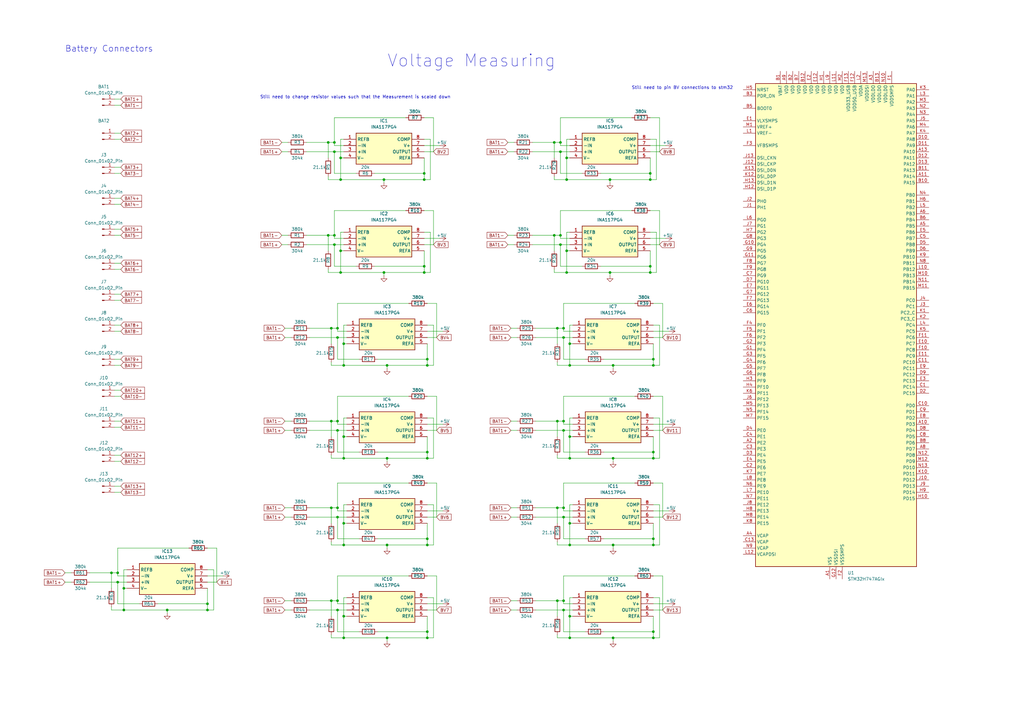
<source format=kicad_sch>
(kicad_sch (version 20230121) (generator eeschema)
  (paper "A3")
  (junction (at 48.26 234.95))
  (junction (at 250.19 111.76))
  (junction (at 267.97 220.98))
  (junction (at 232.41 64.77))
  (junction (at 158.75 261.62))
  (junction (at 140.97 187.96))
  (junction (at 228.6 172.72))
  (junction (at 135.89 246.38))
  (junction (at 139.7 111.76))
  (junction (at 48.26 238.76))
  (junction (at 233.68 187.96))
  (junction (at 231.14 246.38))
  (junction (at 267.97 261.62))
  (junction (at 175.26 187.96))
  (junction (at 233.68 140.97))
  (junction (at 175.26 223.52))
  (junction (at 137.16 100.33))
  (junction (at 173.99 111.76))
  (junction (at 231.14 250.19))
  (junction (at 140.97 214.63))
  (junction (at 266.7 71.12))
  (junction (at 175.26 259.08))
  (junction (at 138.43 208.28))
  (junction (at 251.46 187.96))
  (junction (at 139.7 73.66))
  (junction (at 231.14 212.09))
  (junction (at 173.99 109.22))
  (junction (at 134.62 58.42))
  (junction (at 231.14 176.53))
  (junction (at 251.46 149.86))
  (junction (at 175.26 147.32))
  (junction (at 85.09 250.19))
  (junction (at 50.8 250.19))
  (junction (at 228.6 208.28))
  (junction (at 135.89 172.72))
  (junction (at 267.97 187.96))
  (junction (at 173.99 71.12))
  (junction (at 233.68 149.86))
  (junction (at 137.16 96.52))
  (junction (at 266.7 109.22))
  (junction (at 138.43 138.43))
  (junction (at 267.97 147.32))
  (junction (at 138.43 134.62))
  (junction (at 157.48 111.76))
  (junction (at 251.46 223.52))
  (junction (at 139.7 102.87))
  (junction (at 228.6 134.62))
  (junction (at 175.26 261.62))
  (junction (at 140.97 149.86))
  (junction (at 233.68 261.62))
  (junction (at 227.33 96.52))
  (junction (at 267.97 149.86))
  (junction (at 229.87 96.52))
  (junction (at 68.58 250.19))
  (junction (at 267.97 185.42))
  (junction (at 50.8 241.3))
  (junction (at 140.97 261.62))
  (junction (at 266.7 73.66))
  (junction (at 231.14 138.43))
  (junction (at 138.43 212.09))
  (junction (at 138.43 250.19))
  (junction (at 232.41 111.76))
  (junction (at 158.75 187.96))
  (junction (at 232.41 102.87))
  (junction (at 175.26 220.98))
  (junction (at 266.7 111.76))
  (junction (at 229.87 62.23))
  (junction (at 231.14 208.28))
  (junction (at 85.09 247.65))
  (junction (at 232.41 73.66))
  (junction (at 229.87 58.42))
  (junction (at 140.97 179.07))
  (junction (at 137.16 58.42))
  (junction (at 233.68 214.63))
  (junction (at 134.62 96.52))
  (junction (at 231.14 172.72))
  (junction (at 158.75 223.52))
  (junction (at 228.6 246.38))
  (junction (at 138.43 246.38))
  (junction (at 140.97 223.52))
  (junction (at 175.26 149.86))
  (junction (at 135.89 208.28))
  (junction (at 139.7 64.77))
  (junction (at 231.14 134.62))
  (junction (at 233.68 179.07))
  (junction (at 157.48 73.66))
  (junction (at 158.75 149.86))
  (junction (at 138.43 176.53))
  (junction (at 251.46 261.62))
  (junction (at 135.89 134.62))
  (junction (at 175.26 185.42))
  (junction (at 233.68 223.52))
  (junction (at 45.72 234.95))
  (junction (at 138.43 172.72))
  (junction (at 137.16 62.23))
  (junction (at 173.99 73.66))
  (junction (at 229.87 100.33))
  (junction (at 233.68 252.73))
  (junction (at 140.97 252.73))
  (junction (at 250.19 73.66))
  (junction (at 267.97 259.08))
  (junction (at 227.33 58.42))
  (junction (at 140.97 140.97))
  (junction (at 267.97 223.52))
  (wire (pts (xy 175.26 212.09) (xy 179.07 212.09)))
  (wire (pts (xy 139.7 111.76) (xy 157.48 111.76)))
  (wire (pts (xy 157.48 73.66) (xy 157.48 74.93)))
  (wire (pts (xy 135.89 187.96) (xy 140.97 187.96)))
  (wire (pts (xy 139.7 102.87) (xy 139.7 111.76)))
  (wire (pts (xy 180.34 59.69) (xy 173.99 59.69)))
  (wire (pts (xy 138.43 250.19) (xy 142.24 250.19)))
  (wire (pts (xy 219.71 172.72) (xy 228.6 172.72)))
  (wire (pts (xy 115.57 62.23) (xy 118.11 62.23)))
  (wire (pts (xy 140.97 133.35) (xy 142.24 133.35)))
  (wire (pts (xy 231.14 138.43) (xy 234.95 138.43)))
  (wire (pts (xy 48.26 238.76) (xy 48.26 247.65)))
  (wire (pts (xy 26.67 234.95) (xy 29.21 234.95)))
  (wire (pts (xy 266.7 86.36) (xy 270.51 86.36)))
  (wire (pts (xy 49.53 68.58) (xy 46.99 68.58)))
  (wire (pts (xy 232.41 64.77) (xy 232.41 73.66)))
  (wire (pts (xy 140.97 207.01) (xy 140.97 214.63)))
  (wire (pts (xy 228.6 172.72) (xy 231.14 172.72)))
  (wire (pts (xy 49.53 160.02) (xy 46.99 160.02)))
  (wire (pts (xy 138.43 173.99) (xy 138.43 172.72)))
  (wire (pts (xy 218.44 58.42) (xy 227.33 58.42)))
  (wire (pts (xy 36.83 238.76) (xy 48.26 238.76)))
  (wire (pts (xy 179.07 198.12) (xy 179.07 212.09)))
  (wire (pts (xy 85.09 250.19) (xy 85.09 247.65)))
  (wire (pts (xy 267.97 149.86) (xy 267.97 147.32)))
  (wire (pts (xy 137.16 62.23) (xy 140.97 62.23)))
  (wire (pts (xy 233.68 133.35) (xy 233.68 140.97)))
  (wire (pts (xy 227.33 58.42) (xy 227.33 64.77)))
  (wire (pts (xy 175.26 171.45) (xy 177.8 171.45)))
  (wire (pts (xy 139.7 64.77) (xy 140.97 64.77)))
  (wire (pts (xy 270.51 171.45) (xy 270.51 187.96)))
  (wire (pts (xy 251.46 261.62) (xy 251.46 262.89)))
  (wire (pts (xy 266.7 57.15) (xy 269.24 57.15)))
  (wire (pts (xy 274.32 209.55) (xy 267.97 209.55)))
  (wire (pts (xy 251.46 149.86) (xy 251.46 151.13)))
  (wire (pts (xy 219.71 250.19) (xy 231.14 250.19)))
  (wire (pts (xy 175.26 250.19) (xy 179.07 250.19)))
  (wire (pts (xy 269.24 57.15) (xy 269.24 73.66)))
  (wire (pts (xy 85.09 233.68) (xy 87.63 233.68)))
  (wire (pts (xy 173.99 109.22) (xy 173.99 102.87)))
  (wire (pts (xy 233.68 252.73) (xy 234.95 252.73)))
  (wire (pts (xy 231.14 176.53) (xy 234.95 176.53)))
  (wire (pts (xy 138.43 198.12) (xy 167.64 198.12)))
  (wire (pts (xy 228.6 186.69) (xy 228.6 187.96)))
  (wire (pts (xy 142.24 247.65) (xy 138.43 247.65)))
  (wire (pts (xy 135.89 186.69) (xy 135.89 187.96)))
  (wire (pts (xy 134.62 73.66) (xy 139.7 73.66)))
  (wire (pts (xy 139.7 95.25) (xy 139.7 102.87)))
  (wire (pts (xy 49.53 107.95) (xy 46.99 107.95)))
  (wire (pts (xy 176.53 111.76) (xy 173.99 111.76)))
  (wire (pts (xy 270.51 133.35) (xy 270.51 149.86)))
  (wire (pts (xy 269.24 111.76) (xy 266.7 111.76)))
  (wire (pts (xy 271.78 162.56) (xy 271.78 176.53)))
  (wire (pts (xy 175.26 198.12) (xy 179.07 198.12)))
  (wire (pts (xy 135.89 208.28) (xy 135.89 214.63)))
  (wire (pts (xy 137.16 48.26) (xy 166.37 48.26)))
  (wire (pts (xy 251.46 187.96) (xy 267.97 187.96)))
  (wire (pts (xy 233.68 59.69) (xy 229.87 59.69)))
  (wire (pts (xy 50.8 250.19) (xy 68.58 250.19)))
  (wire (pts (xy 64.77 247.65) (xy 85.09 247.65)))
  (wire (pts (xy 140.97 149.86) (xy 158.75 149.86)))
  (wire (pts (xy 175.26 220.98) (xy 175.26 214.63)))
  (wire (pts (xy 173.99 48.26) (xy 177.8 48.26)))
  (wire (pts (xy 229.87 62.23) (xy 233.68 62.23)))
  (wire (pts (xy 138.43 247.65) (xy 138.43 246.38)))
  (wire (pts (xy 138.43 172.72) (xy 138.43 162.56)))
  (wire (pts (xy 209.55 212.09) (xy 212.09 212.09)))
  (wire (pts (xy 208.28 100.33) (xy 210.82 100.33)))
  (wire (pts (xy 138.43 138.43) (xy 138.43 147.32)))
  (wire (pts (xy 246.38 109.22) (xy 266.7 109.22)))
  (wire (pts (xy 135.89 149.86) (xy 140.97 149.86)))
  (wire (pts (xy 158.75 187.96) (xy 175.26 187.96)))
  (wire (pts (xy 177.8 261.62) (xy 175.26 261.62)))
  (wire (pts (xy 173.99 73.66) (xy 173.99 71.12)))
  (wire (pts (xy 274.32 135.89) (xy 267.97 135.89)))
  (wire (pts (xy 270.51 261.62) (xy 267.97 261.62)))
  (wire (pts (xy 231.14 212.09) (xy 231.14 220.98)))
  (wire (pts (xy 134.62 58.42) (xy 137.16 58.42)))
  (wire (pts (xy 116.84 172.72) (xy 119.38 172.72)))
  (wire (pts (xy 175.26 261.62) (xy 175.26 259.08)))
  (wire (pts (xy 50.8 241.3) (xy 52.07 241.3)))
  (wire (pts (xy 273.05 59.69) (xy 266.7 59.69)))
  (wire (pts (xy 232.41 95.25) (xy 233.68 95.25)))
  (wire (pts (xy 232.41 57.15) (xy 233.68 57.15)))
  (wire (pts (xy 154.94 147.32) (xy 175.26 147.32)))
  (wire (pts (xy 135.89 134.62) (xy 135.89 140.97)))
  (wire (pts (xy 209.55 246.38) (xy 212.09 246.38)))
  (wire (pts (xy 46.99 83.82) (xy 49.53 83.82)))
  (wire (pts (xy 139.7 73.66) (xy 157.48 73.66)))
  (wire (pts (xy 127 172.72) (xy 135.89 172.72)))
  (wire (pts (xy 137.16 58.42) (xy 137.16 48.26)))
  (wire (pts (xy 181.61 247.65) (xy 175.26 247.65)))
  (wire (pts (xy 157.48 111.76) (xy 157.48 113.03)))
  (wire (pts (xy 116.84 138.43) (xy 119.38 138.43)))
  (wire (pts (xy 250.19 73.66) (xy 250.19 74.93)))
  (wire (pts (xy 135.89 208.28) (xy 138.43 208.28)))
  (wire (pts (xy 209.55 208.28) (xy 212.09 208.28)))
  (wire (pts (xy 134.62 110.49) (xy 134.62 111.76)))
  (wire (pts (xy 229.87 109.22) (xy 238.76 109.22)))
  (wire (pts (xy 232.41 111.76) (xy 250.19 111.76)))
  (wire (pts (xy 46.99 162.56) (xy 49.53 162.56)))
  (wire (pts (xy 49.53 133.35) (xy 46.99 133.35)))
  (wire (pts (xy 46.99 175.26) (xy 49.53 175.26)))
  (wire (pts (xy 175.26 223.52) (xy 175.26 220.98)))
  (wire (pts (xy 251.46 261.62) (xy 267.97 261.62)))
  (wire (pts (xy 233.68 207.01) (xy 233.68 214.63)))
  (wire (pts (xy 127 246.38) (xy 135.89 246.38)))
  (wire (pts (xy 177.8 223.52) (xy 175.26 223.52)))
  (wire (pts (xy 140.97 207.01) (xy 142.24 207.01)))
  (wire (pts (xy 137.16 71.12) (xy 146.05 71.12)))
  (wire (pts (xy 274.32 173.99) (xy 267.97 173.99)))
  (wire (pts (xy 138.43 134.62) (xy 138.43 124.46)))
  (wire (pts (xy 228.6 222.25) (xy 228.6 223.52)))
  (wire (pts (xy 247.65 220.98) (xy 267.97 220.98)))
  (wire (pts (xy 140.97 252.73) (xy 142.24 252.73)))
  (wire (pts (xy 49.53 40.64) (xy 46.99 40.64)))
  (wire (pts (xy 139.7 95.25) (xy 140.97 95.25)))
  (wire (pts (xy 227.33 110.49) (xy 227.33 111.76)))
  (wire (pts (xy 140.97 245.11) (xy 142.24 245.11)))
  (wire (pts (xy 227.33 96.52) (xy 227.33 102.87)))
  (wire (pts (xy 140.97 261.62) (xy 158.75 261.62)))
  (wire (pts (xy 158.75 261.62) (xy 175.26 261.62)))
  (wire (pts (xy 233.68 140.97) (xy 234.95 140.97)))
  (wire (pts (xy 138.43 246.38) (xy 138.43 236.22)))
  (wire (pts (xy 138.43 212.09) (xy 138.43 220.98)))
  (wire (pts (xy 139.7 57.15) (xy 139.7 64.77)))
  (wire (pts (xy 267.97 212.09) (xy 271.78 212.09)))
  (wire (pts (xy 115.57 100.33) (xy 118.11 100.33)))
  (wire (pts (xy 50.8 233.68) (xy 50.8 241.3)))
  (wire (pts (xy 48.26 247.65) (xy 57.15 247.65)))
  (wire (pts (xy 175.26 162.56) (xy 179.07 162.56)))
  (wire (pts (xy 229.87 96.52) (xy 229.87 86.36)))
  (wire (pts (xy 139.7 64.77) (xy 139.7 73.66)))
  (wire (pts (xy 270.51 149.86) (xy 267.97 149.86)))
  (wire (pts (xy 137.16 100.33) (xy 137.16 109.22)))
  (wire (pts (xy 175.26 176.53) (xy 179.07 176.53)))
  (wire (pts (xy 142.24 173.99) (xy 138.43 173.99)))
  (wire (pts (xy 138.43 135.89) (xy 138.43 134.62)))
  (wire (pts (xy 228.6 261.62) (xy 233.68 261.62)))
  (wire (pts (xy 140.97 171.45) (xy 140.97 179.07)))
  (wire (pts (xy 116.84 208.28) (xy 119.38 208.28)))
  (wire (pts (xy 231.14 124.46) (xy 260.35 124.46)))
  (wire (pts (xy 270.51 48.26) (xy 270.51 62.23)))
  (wire (pts (xy 228.6 260.35) (xy 228.6 261.62)))
  (wire (pts (xy 219.71 134.62) (xy 228.6 134.62)))
  (wire (pts (xy 231.14 147.32) (xy 240.03 147.32)))
  (wire (pts (xy 50.8 241.3) (xy 50.8 250.19)))
  (wire (pts (xy 269.24 95.25) (xy 269.24 111.76)))
  (wire (pts (xy 116.84 176.53) (xy 119.38 176.53)))
  (wire (pts (xy 135.89 246.38) (xy 138.43 246.38)))
  (wire (pts (xy 176.53 95.25) (xy 176.53 111.76)))
  (wire (pts (xy 179.07 236.22) (xy 179.07 250.19)))
  (wire (pts (xy 140.97 140.97) (xy 142.24 140.97)))
  (wire (pts (xy 140.97 214.63) (xy 142.24 214.63)))
  (wire (pts (xy 231.14 250.19) (xy 234.95 250.19)))
  (wire (pts (xy 233.68 245.11) (xy 234.95 245.11)))
  (wire (pts (xy 46.99 201.93) (xy 49.53 201.93)))
  (wire (pts (xy 68.58 250.19) (xy 85.09 250.19)))
  (wire (pts (xy 85.09 247.65) (xy 85.09 241.3)))
  (wire (pts (xy 91.44 236.22) (xy 85.09 236.22)))
  (wire (pts (xy 233.68 245.11) (xy 233.68 252.73)))
  (wire (pts (xy 246.38 71.12) (xy 266.7 71.12)))
  (wire (pts (xy 234.95 173.99) (xy 231.14 173.99)))
  (wire (pts (xy 175.26 149.86) (xy 175.26 147.32)))
  (wire (pts (xy 228.6 148.59) (xy 228.6 149.86)))
  (wire (pts (xy 234.95 209.55) (xy 231.14 209.55)))
  (wire (pts (xy 138.43 236.22) (xy 167.64 236.22)))
  (wire (pts (xy 46.99 57.15) (xy 49.53 57.15)))
  (wire (pts (xy 138.43 138.43) (xy 142.24 138.43)))
  (wire (pts (xy 138.43 176.53) (xy 142.24 176.53)))
  (wire (pts (xy 227.33 58.42) (xy 229.87 58.42)))
  (wire (pts (xy 231.14 250.19) (xy 231.14 259.08)))
  (wire (pts (xy 175.26 236.22) (xy 179.07 236.22)))
  (wire (pts (xy 177.8 149.86) (xy 175.26 149.86)))
  (wire (pts (xy 45.72 234.95) (xy 48.26 234.95)))
  (wire (pts (xy 231.14 176.53) (xy 231.14 185.42)))
  (wire (pts (xy 232.41 57.15) (xy 232.41 64.77)))
  (wire (pts (xy 137.16 62.23) (xy 137.16 71.12)))
  (wire (pts (xy 87.63 250.19) (xy 85.09 250.19)))
  (wire (pts (xy 45.72 234.95) (xy 45.72 241.3)))
  (wire (pts (xy 180.34 97.79) (xy 173.99 97.79)))
  (wire (pts (xy 229.87 58.42) (xy 229.87 48.26)))
  (wire (pts (xy 181.61 209.55) (xy 175.26 209.55)))
  (wire (pts (xy 234.95 135.89) (xy 231.14 135.89)))
  (wire (pts (xy 153.67 109.22) (xy 173.99 109.22)))
  (wire (pts (xy 218.44 96.52) (xy 227.33 96.52)))
  (wire (pts (xy 267.97 147.32) (xy 267.97 140.97)))
  (wire (pts (xy 116.84 250.19) (xy 119.38 250.19)))
  (wire (pts (xy 140.97 140.97) (xy 140.97 149.86)))
  (wire (pts (xy 267.97 223.52) (xy 267.97 220.98)))
  (wire (pts (xy 68.58 250.19) (xy 68.58 251.46)))
  (wire (pts (xy 266.7 111.76) (xy 266.7 109.22)))
  (wire (pts (xy 50.8 233.68) (xy 52.07 233.68)))
  (wire (pts (xy 46.99 54.61) (xy 49.53 54.61)))
  (wire (pts (xy 231.14 209.55) (xy 231.14 208.28)))
  (wire (pts (xy 49.53 186.69) (xy 46.99 186.69)))
  (wire (pts (xy 234.95 247.65) (xy 231.14 247.65)))
  (wire (pts (xy 267.97 176.53) (xy 271.78 176.53)))
  (wire (pts (xy 116.84 246.38) (xy 119.38 246.38)))
  (wire (pts (xy 115.57 96.52) (xy 118.11 96.52)))
  (wire (pts (xy 137.16 109.22) (xy 146.05 109.22)))
  (wire (pts (xy 208.28 58.42) (xy 210.82 58.42)))
  (wire (pts (xy 231.14 162.56) (xy 260.35 162.56)))
  (wire (pts (xy 176.53 57.15) (xy 176.53 73.66)))
  (wire (pts (xy 154.94 259.08) (xy 175.26 259.08)))
  (wire (pts (xy 229.87 100.33) (xy 233.68 100.33)))
  (wire (pts (xy 231.14 259.08) (xy 240.03 259.08)))
  (wire (pts (xy 228.6 223.52) (xy 233.68 223.52)))
  (wire (pts (xy 177.8 245.11) (xy 177.8 261.62)))
  (wire (pts (xy 251.46 149.86) (xy 267.97 149.86)))
  (wire (pts (xy 179.07 162.56) (xy 179.07 176.53)))
  (wire (pts (xy 229.87 86.36) (xy 259.08 86.36)))
  (wire (pts (xy 175.26 245.11) (xy 177.8 245.11)))
  (wire (pts (xy 231.14 236.22) (xy 260.35 236.22)))
  (wire (pts (xy 85.09 238.76) (xy 88.9 238.76)))
  (wire (pts (xy 135.89 172.72) (xy 135.89 179.07)))
  (wire (pts (xy 209.55 138.43) (xy 212.09 138.43)))
  (wire (pts (xy 134.62 72.39) (xy 134.62 73.66)))
  (wire (pts (xy 173.99 57.15) (xy 176.53 57.15)))
  (wire (pts (xy 138.43 209.55) (xy 138.43 208.28)))
  (wire (pts (xy 231.14 134.62) (xy 231.14 124.46)))
  (wire (pts (xy 140.97 179.07) (xy 140.97 187.96)))
  (wire (pts (xy 266.7 100.33) (xy 270.51 100.33)))
  (wire (pts (xy 271.78 236.22) (xy 271.78 250.19)))
  (wire (pts (xy 49.53 93.98) (xy 46.99 93.98)))
  (wire (pts (xy 138.43 220.98) (xy 147.32 220.98)))
  (wire (pts (xy 209.55 172.72) (xy 212.09 172.72)))
  (wire (pts (xy 209.55 134.62) (xy 212.09 134.62)))
  (wire (pts (xy 270.51 187.96) (xy 267.97 187.96)))
  (wire (pts (xy 228.6 172.72) (xy 228.6 179.07)))
  (wire (pts (xy 138.43 124.46) (xy 167.64 124.46)))
  (wire (pts (xy 233.68 261.62) (xy 251.46 261.62)))
  (wire (pts (xy 135.89 261.62) (xy 140.97 261.62)))
  (wire (pts (xy 46.99 135.89) (xy 49.53 135.89)))
  (wire (pts (xy 266.7 71.12) (xy 266.7 64.77)))
  (wire (pts (xy 271.78 198.12) (xy 271.78 212.09)))
  (wire (pts (xy 175.26 259.08) (xy 175.26 252.73)))
  (wire (pts (xy 228.6 208.28) (xy 231.14 208.28)))
  (wire (pts (xy 229.87 48.26) (xy 259.08 48.26)))
  (wire (pts (xy 231.14 135.89) (xy 231.14 134.62)))
  (wire (pts (xy 140.97 133.35) (xy 140.97 140.97)))
  (wire (pts (xy 45.72 248.92) (xy 45.72 250.19)))
  (wire (pts (xy 227.33 73.66) (xy 232.41 73.66)))
  (wire (pts (xy 233.68 171.45) (xy 234.95 171.45)))
  (wire (pts (xy 232.41 95.25) (xy 232.41 102.87)))
  (wire (pts (xy 115.57 58.42) (xy 118.11 58.42)))
  (wire (pts (xy 227.33 96.52) (xy 229.87 96.52)))
  (wire (pts (xy 140.97 223.52) (xy 158.75 223.52)))
  (wire (pts (xy 233.68 207.01) (xy 234.95 207.01)))
  (wire (pts (xy 49.53 147.32) (xy 46.99 147.32)))
  (wire (pts (xy 228.6 246.38) (xy 231.14 246.38)))
  (wire (pts (xy 231.14 172.72) (xy 231.14 162.56)))
  (wire (pts (xy 138.43 259.08) (xy 147.32 259.08)))
  (wire (pts (xy 233.68 187.96) (xy 251.46 187.96)))
  (wire (pts (xy 233.68 179.07) (xy 233.68 187.96)))
  (wire (pts (xy 250.19 111.76) (xy 250.19 113.03)))
  (wire (pts (xy 158.75 223.52) (xy 158.75 224.79)))
  (wire (pts (xy 46.99 43.18) (xy 49.53 43.18)))
  (wire (pts (xy 267.97 198.12) (xy 271.78 198.12)))
  (wire (pts (xy 247.65 259.08) (xy 267.97 259.08)))
  (wire (pts (xy 181.61 135.89) (xy 175.26 135.89)))
  (wire (pts (xy 228.6 246.38) (xy 228.6 252.73)))
  (wire (pts (xy 233.68 171.45) (xy 233.68 179.07)))
  (wire (pts (xy 134.62 96.52) (xy 137.16 96.52)))
  (wire (pts (xy 127 134.62) (xy 135.89 134.62)))
  (wire (pts (xy 46.99 71.12) (xy 49.53 71.12)))
  (wire (pts (xy 232.41 102.87) (xy 233.68 102.87)))
  (wire (pts (xy 233.68 149.86) (xy 251.46 149.86)))
  (wire (pts (xy 46.99 96.52) (xy 49.53 96.52)))
  (wire (pts (xy 267.97 245.11) (xy 270.51 245.11)))
  (wire (pts (xy 228.6 134.62) (xy 228.6 140.97)))
  (wire (pts (xy 137.16 86.36) (xy 166.37 86.36)))
  (wire (pts (xy 158.75 149.86) (xy 158.75 151.13)))
  (wire (pts (xy 233.68 179.07) (xy 234.95 179.07)))
  (wire (pts (xy 218.44 62.23) (xy 229.87 62.23)))
  (wire (pts (xy 231.14 220.98) (xy 240.03 220.98)))
  (wire (pts (xy 26.67 238.76) (xy 29.21 238.76)))
  (wire (pts (xy 137.16 100.33) (xy 140.97 100.33)))
  (wire (pts (xy 139.7 57.15) (xy 140.97 57.15)))
  (wire (pts (xy 140.97 245.11) (xy 140.97 252.73)))
  (wire (pts (xy 175.26 124.46) (xy 179.07 124.46)))
  (wire (pts (xy 154.94 220.98) (xy 175.26 220.98)))
  (wire (pts (xy 85.09 224.79) (xy 88.9 224.79)))
  (wire (pts (xy 173.99 62.23) (xy 177.8 62.23)))
  (wire (pts (xy 233.68 214.63) (xy 234.95 214.63)))
  (wire (pts (xy 228.6 208.28) (xy 228.6 214.63)))
  (wire (pts (xy 138.43 212.09) (xy 142.24 212.09)))
  (wire (pts (xy 267.97 250.19) (xy 271.78 250.19)))
  (wire (pts (xy 219.71 138.43) (xy 231.14 138.43)))
  (wire (pts (xy 232.41 64.77) (xy 233.68 64.77)))
  (wire (pts (xy 266.7 48.26) (xy 270.51 48.26)))
  (wire (pts (xy 231.14 138.43) (xy 231.14 147.32)))
  (wire (pts (xy 274.32 247.65) (xy 267.97 247.65)))
  (wire (pts (xy 175.26 147.32) (xy 175.26 140.97)))
  (wire (pts (xy 229.87 59.69) (xy 229.87 58.42)))
  (wire (pts (xy 127 212.09) (xy 138.43 212.09)))
  (wire (pts (xy 46.99 189.23) (xy 49.53 189.23)))
  (wire (pts (xy 229.87 71.12) (xy 238.76 71.12)))
  (wire (pts (xy 140.97 187.96) (xy 158.75 187.96)))
  (wire (pts (xy 219.71 212.09) (xy 231.14 212.09)))
  (wire (pts (xy 137.16 59.69) (xy 137.16 58.42)))
  (wire (pts (xy 48.26 224.79) (xy 77.47 224.79)))
  (wire (pts (xy 127 250.19) (xy 138.43 250.19)))
  (wire (pts (xy 175.26 133.35) (xy 177.8 133.35)))
  (wire (pts (xy 142.24 209.55) (xy 138.43 209.55)))
  (wire (pts (xy 175.26 187.96) (xy 175.26 185.42)))
  (wire (pts (xy 46.99 149.86) (xy 49.53 149.86)))
  (wire (pts (xy 49.53 120.65) (xy 46.99 120.65)))
  (wire (pts (xy 233.68 223.52) (xy 251.46 223.52)))
  (wire (pts (xy 219.71 246.38) (xy 228.6 246.38)))
  (wire (pts (xy 250.19 73.66) (xy 266.7 73.66)))
  (wire (pts (xy 267.97 124.46) (xy 271.78 124.46)))
  (wire (pts (xy 140.97 179.07) (xy 142.24 179.07)))
  (wire (pts (xy 273.05 97.79) (xy 266.7 97.79)))
  (wire (pts (xy 218.44 100.33) (xy 229.87 100.33)))
  (wire (pts (xy 232.41 102.87) (xy 232.41 111.76)))
  (wire (pts (xy 177.8 207.01) (xy 177.8 223.52)))
  (wire (pts (xy 127 138.43) (xy 138.43 138.43)))
  (wire (pts (xy 251.46 223.52) (xy 251.46 224.79)))
  (wire (pts (xy 157.48 111.76) (xy 173.99 111.76)))
  (wire (pts (xy 158.75 261.62) (xy 158.75 262.89)))
  (wire (pts (xy 267.97 261.62) (xy 267.97 259.08)))
  (wire (pts (xy 227.33 72.39) (xy 227.33 73.66)))
  (wire (pts (xy 231.14 173.99) (xy 231.14 172.72)))
  (wire (pts (xy 138.43 147.32) (xy 147.32 147.32)))
  (wire (pts (xy 270.51 223.52) (xy 267.97 223.52)))
  (wire (pts (xy 177.8 48.26) (xy 177.8 62.23)))
  (wire (pts (xy 179.07 124.46) (xy 179.07 138.43)))
  (wire (pts (xy 135.89 246.38) (xy 135.89 252.73)))
  (wire (pts (xy 231.14 208.28) (xy 231.14 198.12)))
  (wire (pts (xy 135.89 172.72) (xy 138.43 172.72)))
  (wire (pts (xy 135.89 148.59) (xy 135.89 149.86)))
  (wire (pts (xy 231.14 247.65) (xy 231.14 246.38)))
  (wire (pts (xy 158.75 149.86) (xy 175.26 149.86)))
  (wire (pts (xy 232.41 73.66) (xy 250.19 73.66)))
  (wire (pts (xy 173.99 100.33) (xy 177.8 100.33)))
  (wire (pts (xy 158.75 187.96) (xy 158.75 189.23)))
  (wire (pts (xy 137.16 96.52) (xy 137.16 86.36)))
  (wire (pts (xy 52.07 236.22) (xy 48.26 236.22)))
  (wire (pts (xy 135.89 222.25) (xy 135.89 223.52)))
  (wire (pts (xy 270.51 245.11) (xy 270.51 261.62)))
  (wire (pts (xy 229.87 62.23) (xy 229.87 71.12)))
  (wire (pts (xy 227.33 111.76) (xy 232.41 111.76)))
  (wire (pts (xy 49.53 199.39) (xy 46.99 199.39)))
  (wire (pts (xy 125.73 62.23) (xy 137.16 62.23)))
  (wire (pts (xy 266.7 62.23) (xy 270.51 62.23)))
  (wire (pts (xy 177.8 86.36) (xy 177.8 100.33)))
  (wire (pts (xy 209.55 176.53) (xy 212.09 176.53)))
  (wire (pts (xy 88.9 224.79) (xy 88.9 238.76)))
  (wire (pts (xy 266.7 109.22) (xy 266.7 102.87)))
  (wire (pts (xy 48.26 238.76) (xy 52.07 238.76)))
  (wire (pts (xy 125.73 100.33) (xy 137.16 100.33)))
  (wire (pts (xy 267.97 185.42) (xy 267.97 179.07)))
  (wire (pts (xy 173.99 86.36) (xy 177.8 86.36)))
  (wire (pts (xy 135.89 260.35) (xy 135.89 261.62)))
  (wire (pts (xy 134.62 111.76) (xy 139.7 111.76)))
  (wire (pts (xy 175.26 138.43) (xy 179.07 138.43)))
  (wire (pts (xy 134.62 58.42) (xy 134.62 64.77)))
  (wire (pts (xy 177.8 171.45) (xy 177.8 187.96)))
  (wire (pts (xy 158.75 223.52) (xy 175.26 223.52)))
  (wire (pts (xy 135.89 134.62) (xy 138.43 134.62)))
  (wire (pts (xy 48.26 236.22) (xy 48.26 234.95)))
  (wire (pts (xy 177.8 187.96) (xy 175.26 187.96)))
  (wire (pts (xy 138.43 176.53) (xy 138.43 185.42)))
  (wire (pts (xy 251.46 223.52) (xy 267.97 223.52)))
  (wire (pts (xy 231.14 212.09) (xy 234.95 212.09)))
  (wire (pts (xy 125.73 96.52) (xy 134.62 96.52)))
  (wire (pts (xy 267.97 220.98) (xy 267.97 214.63)))
  (wire (pts (xy 208.28 62.23) (xy 210.82 62.23)))
  (wire (pts (xy 233.68 140.97) (xy 233.68 149.86)))
  (wire (pts (xy 116.84 134.62) (xy 119.38 134.62)))
  (wire (pts (xy 233.68 97.79) (xy 229.87 97.79)))
  (wire (pts (xy 140.97 252.73) (xy 140.97 261.62)))
  (wire (pts (xy 247.65 147.32) (xy 267.97 147.32)))
  (wire (pts (xy 134.62 96.52) (xy 134.62 102.87)))
  (wire (pts (xy 139.7 102.87) (xy 140.97 102.87)))
  (wire (pts (xy 231.14 246.38) (xy 231.14 236.22)))
  (wire (pts (xy 154.94 185.42) (xy 175.26 185.42)))
  (wire (pts (xy 36.83 234.95) (xy 45.72 234.95)))
  (wire (pts (xy 266.7 73.66) (xy 266.7 71.12)))
  (wire (pts (xy 228.6 134.62) (xy 231.14 134.62)))
  (wire (pts (xy 173.99 95.25) (xy 176.53 95.25)))
  (wire (pts (xy 270.51 86.36) (xy 270.51 100.33)))
  (wire (pts (xy 138.43 185.42) (xy 147.32 185.42)))
  (wire (pts (xy 140.97 97.79) (xy 137.16 97.79)))
  (wire (pts (xy 231.14 198.12) (xy 260.35 198.12)))
  (wire (pts (xy 209.55 250.19) (xy 212.09 250.19)))
  (wire (pts (xy 87.63 233.68) (xy 87.63 250.19)))
  (wire (pts (xy 135.89 223.52) (xy 140.97 223.52)))
  (wire (pts (xy 267.97 207.01) (xy 270.51 207.01)))
  (wire (pts (xy 175.26 185.42) (xy 175.26 179.07)))
  (wire (pts (xy 181.61 173.99) (xy 175.26 173.99)))
  (wire (pts (xy 219.71 176.53) (xy 231.14 176.53)))
  (wire (pts (xy 267.97 138.43) (xy 271.78 138.43)))
  (wire (pts (xy 251.46 187.96) (xy 251.46 189.23)))
  (wire (pts (xy 138.43 208.28) (xy 138.43 198.12)))
  (wire (pts (xy 233.68 252.73) (xy 233.68 261.62)))
  (wire (pts (xy 138.43 162.56) (xy 167.64 162.56)))
  (wire (pts (xy 250.19 111.76) (xy 266.7 111.76)))
  (wire (pts (xy 270.51 207.01) (xy 270.51 223.52)))
  (wire (pts (xy 176.53 73.66) (xy 173.99 73.66)))
  (wire (pts (xy 229.87 97.79) (xy 229.87 96.52)))
  (wire (pts (xy 48.26 234.95) (xy 48.26 224.79)))
  (wire (pts (xy 228.6 149.86) (xy 233.68 149.86)))
  (wire (pts (xy 267.97 133.35) (xy 270.51 133.35)))
  (wire (pts (xy 137.16 97.79) (xy 137.16 96.52)))
  (wire (pts (xy 153.67 71.12) (xy 173.99 71.12)))
  (wire (pts (xy 267.97 187.96) (xy 267.97 185.42)))
  (wire (pts (xy 267.97 236.22) (xy 271.78 236.22)))
  (wire (pts (xy 233.68 214.63) (xy 233.68 223.52)))
  (wire (pts (xy 229.87 100.33) (xy 229.87 109.22)))
  (wire (pts (xy 233.68 133.35) (xy 234.95 133.35)))
  (wire (pts (xy 269.24 73.66) (xy 266.7 73.66)))
  (wire (pts (xy 247.65 185.42) (xy 267.97 185.42)))
  (wire (pts (xy 140.97 214.63) (xy 140.97 223.52)))
  (wire (pts (xy 49.53 172.72) (xy 46.99 172.72)))
  (wire (pts (xy 142.24 135.89) (xy 138.43 135.89)))
  (wire (pts (xy 49.53 81.28) (xy 46.99 81.28)))
  (wire (pts (xy 266.7 95.25) (xy 269.24 95.25)))
  (wire (pts (xy 45.72 250.19) (xy 50.8 250.19)))
  (wire (pts (xy 208.28 96.52) (xy 210.82 96.52)))
  (wire (pts (xy 127 176.53) (xy 138.43 176.53)))
  (wire (pts (xy 267.97 171.45) (xy 270.51 171.45)))
  (wire (pts (xy 140.97 59.69) (xy 137.16 59.69)))
  (wire (pts (xy 116.84 212.09) (xy 119.38 212.09)))
  (wire (pts (xy 157.48 73.66) (xy 173.99 73.66)))
  (wire (pts (xy 175.26 207.01) (xy 177.8 207.01)))
  (wire (pts (xy 267.97 259.08) (xy 267.97 252.73)))
  (wire (pts (xy 231.14 185.42) (xy 240.03 185.42)))
  (wire (pts (xy 138.43 250.19) (xy 138.43 259.08)))
  (wire (pts (xy 267.97 162.56) (xy 271.78 162.56)))
  (wire (pts (xy 228.6 187.96) (xy 233.68 187.96)))
  (wire (pts (xy 219.71 208.28) (xy 228.6 208.28)))
  (wire (pts (xy 173.99 111.76) (xy 173.99 109.22)))
  (wire (pts (xy 271.78 124.46) (xy 271.78 138.43)))
  (wire (pts (xy 140.97 171.45) (xy 142.24 171.45)))
  (wire (pts (xy 125.73 58.42) (xy 134.62 58.42)))
  (wire (pts (xy 177.8 133.35) (xy 177.8 149.86)))
  (wire (pts (xy 46.99 123.19) (xy 49.53 123.19)))
  (wire (pts (xy 127 208.28) (xy 135.89 208.28)))
  (wire (pts (xy 46.99 110.49) (xy 49.53 110.49)))
  (wire (pts (xy 173.99 71.12) (xy 173.99 64.77)))
  (text "Battery Connectors" (at 26.67 21.59 0) (effects (font (size 2.5 2.5)) (justify left bottom)))
  (text "Still need to pin BV connections to stm32\n" (at 259.08 36.83 0) (effects (font (size 1.27 1.27)) (justify left bottom)))
  (text "Voltage Measuring\n" (at 158.75 27.94 0) (effects (font (size 5 5)) (justify left bottom)))
  (text "Still need to change resistor values such that the Measurement is scaled down" (at 106.68 40.64 0) (effects (font (size 1.27 1.27)) (justify left bottom)))
  (global_label "BAT8+" (shape input) (at 49.53 133.35 0) (property "Intersheetrefs" "${INTERSHEET_REFS}" (effects hide)))
  (global_label "BAT13-" (shape input) (at 49.53 201.93 0) (property "Intersheetrefs" "${INTERSHEET_REFS}" (effects hide)))
  (global_label "BV3" (shape input) (at 177.8 100.33 0) (property "Intersheetrefs" "${INTERSHEET_REFS}" (effects hide)))
  (global_label "BAT1+" (shape input) (at 209.55 176.53 180) (property "Intersheetrefs" "${INTERSHEET_REFS}" (effects hide)))
  (global_label "BAT1-" (shape input) (at 115.57 96.52 180) (property "Intersheetrefs" "${INTERSHEET_REFS}" (effects hide)))
  (global_label "BAT1-" (shape input) (at 208.28 96.52 180) (property "Intersheetrefs" "${INTERSHEET_REFS}" (effects hide)))
  (global_label "BAT4+" (shape input) (at 49.53 81.28 0) (property "Intersheetrefs" "${INTERSHEET_REFS}" (effects hide)))
  (global_label "BAT3+" (shape input) (at 49.53 68.58 0) (property "Intersheetrefs" "${INTERSHEET_REFS}" (effects hide)))
  (global_label "BAT2+" (shape input) (at 49.53 54.61 0) (property "Intersheetrefs" "${INTERSHEET_REFS}" (effects hide)))
  (global_label "BAT10-" (shape input) (at 49.53 162.56 0) (property "Intersheetrefs" "${INTERSHEET_REFS}" (effects hide)))
  (global_label "BAT1-" (shape input) (at 209.55 134.62 180) (property "Intersheetrefs" "${INTERSHEET_REFS}" (effects hide)))
  (global_label "BAT1+" (shape input) (at 209.55 138.43 180) (property "Intersheetrefs" "${INTERSHEET_REFS}" (effects hide)))
  (global_label "BAT6-" (shape input) (at 49.53 110.49 0) (property "Intersheetrefs" "${INTERSHEET_REFS}" (effects hide)))
  (global_label "BAT1+" (shape input) (at 49.53 40.64 0) (property "Intersheetrefs" "${INTERSHEET_REFS}" (effects hide)))
  (global_label "BAT1-" (shape input) (at 209.55 246.38 180) (property "Intersheetrefs" "${INTERSHEET_REFS}" (effects hide)))
  (global_label "BAT6+" (shape input) (at 49.53 107.95 0) (property "Intersheetrefs" "${INTERSHEET_REFS}" (effects hide)))
  (global_label "BAT1-" (shape input) (at 208.28 58.42 180) (property "Intersheetrefs" "${INTERSHEET_REFS}" (effects hide)))
  (global_label "BAT1-" (shape input) (at 209.55 172.72 180) (property "Intersheetrefs" "${INTERSHEET_REFS}" (effects hide)))
  (global_label "BAT1+" (shape input) (at 116.84 138.43 180) (property "Intersheetrefs" "${INTERSHEET_REFS}" (effects hide)))
  (global_label "BAT4-" (shape input) (at 49.53 83.82 0) (property "Intersheetrefs" "${INTERSHEET_REFS}" (effects hide)))
  (global_label "BV2" (shape input) (at 177.8 62.23 0) (property "Intersheetrefs" "${INTERSHEET_REFS}" (effects hide)))
  (global_label "BAT1+" (shape input) (at 209.55 212.09 180) (property "Intersheetrefs" "${INTERSHEET_REFS}" (effects hide)))
  (global_label "BAT1-" (shape input) (at 116.84 134.62 180) (property "Intersheetrefs" "${INTERSHEET_REFS}" (effects hide)))
  (global_label "BAT1+" (shape input) (at 208.28 62.23 180) (property "Intersheetrefs" "${INTERSHEET_REFS}" (effects hide)))
  (global_label "BAT7+" (shape input) (at 49.53 120.65 0) (property "Intersheetrefs" "${INTERSHEET_REFS}" (effects hide)))
  (global_label "BAT1+" (shape input) (at 115.57 62.23 180) (property "Intersheetrefs" "${INTERSHEET_REFS}" (effects hide)))
  (global_label "BAT11+" (shape input) (at 49.53 172.72 0) (property "Intersheetrefs" "${INTERSHEET_REFS}" (effects hide)))
  (global_label "BV8" (shape input) (at 270.51 62.23 0) (property "Intersheetrefs" "${INTERSHEET_REFS}" (effects hide)))
  (global_label "BV5" (shape input) (at 179.07 176.53 0) (property "Intersheetrefs" "${INTERSHEET_REFS}" (effects hide)))
  (global_label "BAT1+" (shape input) (at 116.84 176.53 180) (property "Intersheetrefs" "${INTERSHEET_REFS}" (effects hide)))
  (global_label "BAT1-" (shape input) (at 49.53 43.18 0) (property "Intersheetrefs" "${INTERSHEET_REFS}" (effects hide)))
  (global_label "BAT1+" (shape input) (at 116.84 212.09 180) (property "Intersheetrefs" "${INTERSHEET_REFS}" (effects hide)))
  (global_label "BAT1-" (shape input) (at 115.57 58.42 180) (property "Intersheetrefs" "${INTERSHEET_REFS}" (effects hide)))
  (global_label "BAT13+" (shape input) (at 49.53 199.39 0) (property "Intersheetrefs" "${INTERSHEET_REFS}" (effects hide)))
  (global_label "BAT1+" (shape input) (at 209.55 250.19 180) (property "Intersheetrefs" "${INTERSHEET_REFS}" (effects hide)))
  (global_label "BAT9-" (shape input) (at 49.53 149.86 0) (property "Intersheetrefs" "${INTERSHEET_REFS}" (effects hide)))
  (global_label "BAT12+" (shape input) (at 49.53 186.69 0) (property "Intersheetrefs" "${INTERSHEET_REFS}" (effects hide)))
  (global_label "BAT5-" (shape input) (at 49.53 96.52 0) (property "Intersheetrefs" "${INTERSHEET_REFS}" (effects hide)))
  (global_label "BAT11-" (shape input) (at 49.53 175.26 0) (property "Intersheetrefs" "${INTERSHEET_REFS}" (effects hide)))
  (global_label "BV11" (shape input) (at 271.78 176.53 0) (property "Intersheetrefs" "${INTERSHEET_REFS}" (effects hide)))
  (global_label "BAT12-" (shape input) (at 49.53 189.23 0) (property "Intersheetrefs" "${INTERSHEET_REFS}" (effects hide)))
  (global_label "BAT1-" (shape input) (at 26.67 234.95 180) (property "Intersheetrefs" "${INTERSHEET_REFS}" (effects hide)))
  (global_label "BAT10+" (shape input) (at 49.53 160.02 0) (property "Intersheetrefs" "${INTERSHEET_REFS}" (effects hide)))
  (global_label "BV9" (shape input) (at 270.51 100.33 0) (property "Intersheetrefs" "${INTERSHEET_REFS}" (effects hide)))
  (global_label "BAT5+" (shape input) (at 49.53 93.98 0) (property "Intersheetrefs" "${INTERSHEET_REFS}" (effects hide)))
  (global_label "BV10" (shape input) (at 271.78 138.43 0) (property "Intersheetrefs" "${INTERSHEET_REFS}" (effects hide)))
  (global_label "BV12" (shape input) (at 271.78 212.09 0) (property "Intersheetrefs" "${INTERSHEET_REFS}" (effects hide)))
  (global_label "BAT3-" (shape input) (at 49.53 71.12 0) (property "Intersheetrefs" "${INTERSHEET_REFS}" (effects hide)))
  (global_label "BV1" (shape input) (at 88.9 238.76 0) (property "Intersheetrefs" "${INTERSHEET_REFS}" (effects hide)))
  (global_label "BAT1-" (shape input) (at 116.84 208.28 180) (property "Intersheetrefs" "${INTERSHEET_REFS}" (effects hide)))
  (global_label "BAT1-" (shape input) (at 116.84 172.72 180) (property "Intersheetrefs" "${INTERSHEET_REFS}" (effects hide)))
  (global_label "BAT1-" (shape input) (at 116.84 246.38 180) (property "Intersheetrefs" "${INTERSHEET_REFS}" (effects hide)))
  (global_label "BV13" (shape input) (at 271.78 250.19 0) (property "Intersheetrefs" "${INTERSHEET_REFS}" (effects hide)))
  (global_label "BAT8-" (shape input) (at 49.53 135.89 0) (property "Intersheetrefs" "${INTERSHEET_REFS}" (effects hide)))
  (global_label "BAT1+" (shape input) (at 116.84 250.19 180) (property "Intersheetrefs" "${INTERSHEET_REFS}" (effects hide)))
  (global_label "BAT2-" (shape input) (at 49.53 57.15 0) (property "Intersheetrefs" "${INTERSHEET_REFS}" (effects hide)))
  (global_label "BV6" (shape input) (at 179.07 212.09 0) (property "Intersheetrefs" "${INTERSHEET_REFS}" (effects hide)))
  (global_label "BAT9+" (shape input) (at 49.53 147.32 0) (property "Intersheetrefs" "${INTERSHEET_REFS}" (effects hide)))
  (global_label "BV7" (shape input) (at 179.07 250.19 0) (property "Intersheetrefs" "${INTERSHEET_REFS}" (effects hide)))
  (global_label "BAT1-" (shape input) (at 209.55 208.28 180) (property "Intersheetrefs" "${INTERSHEET_REFS}" (effects hide)))
  (global_label "BV4" (shape input) (at 179.07 138.43 0) (property "Intersheetrefs" "${INTERSHEET_REFS}" (effects hide)))
  (global_label "BAT1+" (shape input) (at 115.57 100.33 180) (property "Intersheetrefs" "${INTERSHEET_REFS}" (effects hide)))
  (global_label "BAT1+" (shape input) (at 26.67 238.76 180) (property "Intersheetrefs" "${INTERSHEET_REFS}" (effects hide)))
  (global_label "BAT7-" (shape input) (at 49.53 123.19 0) (property "Intersheetrefs" "${INTERSHEET_REFS}" (effects hide)))
  (global_label "BAT1+" (shape input) (at 208.28 100.33 180) (property "Intersheetrefs" "${INTERSHEET_REFS}" (effects hide)))
  (symbol (lib_id "Device:R") (at 264.16 198.12 90) (unit 1)
    (property "Reference" "R59" (at 264.16 198.12 90))
    (property "Value" "380k" (at 264.16 195.58 90))
  )
  (symbol (lib_id "power:GND") (at 251.46 262.89 0) (unit 1)
    (property "Reference" "#PWR022" (effects hide))
    (property "Value" "GND" (effects hide))
  )
  (symbol (lib_id "Device:R") (at 215.9 172.72 90) (unit 1)
    (property "Reference" "R27" (at 215.9 172.72 90))
    (property "Value" "380k" (at 215.9 170.18 90))
  )
  (symbol (lib_id "Connector:Conn_01x02_Pin") (at 41.91 68.58 0) (unit 1)
    (property "Reference" "J3" (at 42.545 63.5 0))
    (property "Value" "Conn_01x02_Pin" (at 42.545 66.04 0))
  )
  (symbol (lib_id "Device:R") (at 214.63 96.52 90) (unit 1)
    (property "Reference" "R23" (at 214.63 96.52 90))
    (property "Value" "380k" (at 214.63 93.98 90))
  )
  (symbol (lib_id "Device:R") (at 215.9 134.62 90) (unit 1)
    (property "Reference" "R25" (at 215.9 134.62 90))
    (property "Value" "380k" (at 215.9 132.08 90))
  )
  (symbol (lib_id "Device:R") (at 60.96 247.65 270) (unit 1)
    (property "Reference" "R64" (at 60.96 247.65 90))
    (property "Value" "20k" (at 60.96 245.11 90))
  )
  (symbol (lib_id "power:+5V") (at 273.05 97.79 270) (unit 1)
    (property "Reference" "#PWR013" (effects hide))
    (property "Value" "+5V" (at 271.78 96.52 90) (effects (justify left)))
  )
  (symbol (lib_id "Connector:Conn_01x02_Pin") (at 41.91 107.95 0) (unit 1)
    (property "Reference" "J6" (at 42.545 102.87 0))
    (property "Value" "Conn_01x02_Pin" (at 42.545 105.41 0))
  )
  (symbol (lib_id "Device:R") (at 214.63 100.33 90) (unit 1)
    (property "Reference" "R24" (at 214.63 100.33 90))
    (property "Value" "304k" (at 214.63 102.87 90))
  )
  (symbol (lib_id "Connector:Conn_01x02_Pin") (at 41.91 147.32 0) (unit 1)
    (property "Reference" "J9" (at 42.545 142.24 0))
    (property "Value" "Conn_01x02_Pin" (at 42.545 144.78 0))
  )
  (symbol (lib_id "power:GND") (at 158.75 224.79 0) (unit 1)
    (property "Reference" "#PWR017" (effects hide))
    (property "Value" "GND" (effects hide))
  )
  (symbol (lib_id "Device:R") (at 151.13 185.42 270) (unit 1)
    (property "Reference" "R18" (at 151.13 185.42 90))
    (property "Value" "20k" (at 151.13 182.88 90))
  )
  (symbol (lib_id "Device:R") (at 170.18 86.36 90) (unit 1)
    (property "Reference" "R10" (at 170.18 86.36 90))
    (property "Value" "380k" (at 170.18 83.82 90))
  )
  (symbol (lib_id "Connector:Conn_01x02_Pin") (at 41.91 54.61 0) (unit 1)
    (property "Reference" "BAT2" (at 42.545 49.53 0))
    (property "Value" "Conn_01x02_Pin" (effects hide))
  )
  (symbol (lib_id "power:+5V") (at 274.32 209.55 270) (unit 1)
    (property "Reference" "#PWR023" (effects hide))
    (property "Value" "+5V" (at 273.05 208.28 90) (effects (justify left)))
  )
  (symbol (lib_id "Device:R") (at 81.28 224.79 90) (unit 1)
    (property "Reference" "R65" (at 81.28 224.79 90))
    (property "Value" "380k" (at 81.28 222.25 90))
  )
  (symbol (lib_id "Device:R") (at 215.9 212.09 90) (unit 1)
    (property "Reference" "R52" (at 215.9 212.09 90))
    (property "Value" "304k" (at 215.9 214.63 90))
  )
  (symbol (lib_id "Device:R") (at 242.57 109.22 270) (unit 1)
    (property "Reference" "R34" (at 242.57 109.22 90))
    (property "Value" "20k" (at 242.57 106.68 90))
  )
  (symbol (lib_id "Device:R") (at 135.89 218.44 180) (unit 1)
    (property "Reference" "R45" (at 135.89 219.71 90) (effects (justify right)))
    (property "Value" "21.1k" (at 129.54 218.44 0) (effects (justify right)))
  )
  (symbol (lib_id "power:+5V") (at 274.32 173.99 270) (unit 1)
    (property "Reference" "#PWR016" (effects hide))
    (property "Value" "+5V" (at 273.05 172.72 90) (effects (justify left)))
  )
  (symbol (lib_id "power:+5V") (at 181.61 135.89 270) (unit 1)
    (property "Reference" "#PWR06" (effects hide))
    (property "Value" "+5V" (at 180.34 134.62 90) (effects (justify left)))
  )
  (symbol (lib_id "power:+5V") (at 274.32 247.65 270) (unit 1)
    (property "Reference" "#PWR024" (effects hide))
    (property "Value" "+5V" (at 273.05 246.38 90) (effects (justify left)))
  )
  (symbol (lib_id "Device:R") (at 123.19 208.28 90) (unit 1)
    (property "Reference" "R41" (at 123.19 208.28 90))
    (property "Value" "380k" (at 123.19 205.74 90))
  )
  (symbol (lib_id "Device:R") (at 134.62 106.68 180) (unit 1)
    (property "Reference" "R8" (at 134.62 107.95 90) (effects (justify right)))
    (property "Value" "21.1k" (at 128.27 106.68 0) (effects (justify right)))
  )
  (symbol (lib_id "Connector:Conn_01x02_Pin") (at 41.91 199.39 0) (unit 1)
    (property "Reference" "J13" (at 42.545 194.31 0))
    (property "Value" "Conn_01x02_Pin" (at 42.545 196.85 0))
  )
  (symbol (lib_id "power:+5V") (at 180.34 97.79 270) (unit 1)
    (property "Reference" "#PWR03" (effects hide))
    (property "Value" "+5V" (at 179.07 96.52 90) (effects (justify left)))
  )
  (symbol (lib_id "Device:R") (at 171.45 236.22 90) (unit 1)
    (property "Reference" "R50" (at 171.45 236.22 90))
    (property "Value" "380k" (at 171.45 233.68 90))
  )
  (symbol (lib_id "Device:R") (at 171.45 162.56 90) (unit 1)
    (property "Reference" "R20" (at 171.45 162.56 90))
    (property "Value" "380k" (at 171.45 160.02 90))
  )
  (symbol (lib_id "Device:R") (at 214.63 62.23 90) (unit 1)
    (property "Reference" "R22" (at 214.63 62.23 90))
    (property "Value" "304k" (at 214.63 64.77 90))
  )
  (symbol (lib_id "Connector:Conn_01x02_Pin") (at 41.91 186.69 0) (unit 1)
    (property "Reference" "J12" (at 42.545 181.61 0))
    (property "Value" "Conn_01x02_Pin" (at 42.545 184.15 0))
  )
  (symbol (lib_id "power:GND") (at 158.75 262.89 0) (unit 1)
    (property "Reference" "#PWR018" (effects hide))
    (property "Value" "GND" (effects hide))
  )
  (symbol (lib_id "Device:R") (at 135.89 182.88 180) (unit 1)
    (property "Reference" "R16" (at 135.89 184.15 90) (effects (justify right)))
    (property "Value" "21.1k" (at 129.54 182.88 0) (effects (justify right)))
  )
  (symbol (lib_id "power:+5V") (at 181.61 247.65 270) (unit 1)
    (property "Reference" "#PWR020" (effects hide))
    (property "Value" "+5V" (at 180.34 246.38 90) (effects (justify left)))
  )
  (symbol (lib_id "Connector:Conn_01x02_Pin") (at 41.91 120.65 0) (unit 1)
    (property "Reference" "J7" (at 42.545 115.57 0))
    (property "Value" "Conn_01x02_Pin" (at 42.545 118.11 0))
  )
  (symbol (lib_id "power:GND") (at 251.46 189.23 0) (unit 1)
    (property "Reference" "#PWR011" (effects hide))
    (property "Value" "GND" (effects hide))
  )
  (symbol (lib_id "INA117PG4:INA117PG4") (at 52.07 233.68 0) (unit 1)
    (property "Reference" "IC13" (at 68.58 226.06 0))
    (property "Value" "INA117PG4" (at 68.58 228.6 0))
    (property "Footprint" "DIP794W53P254L959H508Q8N" (effects hide))
    (property "Datasheet" "https://www.ti.com/general/docs/suppproductinfo.tsp?distId=10&gotoUrl=https%3A%2F%2Fwww.ti.com%2Flit%2Fgpn%2Fina117" (effects hide))
    (property "Height" "5.08" (effects hide))
    (property "Manufacturer_Name" "Texas Instruments" (effects hide))
    (property "Manufacturer_Part_Number" "INA117PG4" (effects hide))
    (property "Mouser Part Number" "595-INA117PG4" (effects hide))
    (property "Mouser Price/Stock" "https://www.mouser.co.uk/ProductDetail/Texas-Instruments/INA117PG4?qs=sjHPNSjTyn0q9hQpsVLEUA%3D%3D" (effects hide))
    (property "Arrow Part Number" "INA117PG4" (effects hide))
    (property "Arrow Price/Stock" "https://www.arrow.com/en/products/ina117pg4/texas-instruments" (effects hide))
  )
  (symbol (lib_id "Device:R") (at 215.9 250.19 90) (unit 1)
    (property "Reference" "R54" (at 215.9 250.19 90))
    (property "Value" "304k" (at 215.9 252.73 90))
  )
  (symbol (lib_id "Device:R") (at 123.19 212.09 90) (unit 1)
    (property "Reference" "R42" (at 123.19 212.09 90))
    (property "Value" "304k" (at 123.19 214.63 90))
  )
  (symbol (lib_id "power:+5V") (at 91.44 236.22 270) (unit 1)
    (property "Reference" "#PWR026" (effects hide))
    (property "Value" "+5V" (at 90.17 234.95 90) (effects (justify left)))
  )
  (symbol (lib_id "Connector:Conn_01x02_Pin") (at 41.91 133.35 0) (unit 1)
    (property "Reference" "J8" (at 42.545 128.27 0))
    (property "Value" "Conn_01x02_Pin" (at 42.545 130.81 0))
  )
  (symbol (lib_id "Device:R") (at 243.84 220.98 270) (unit 1)
    (property "Reference" "R57" (at 243.84 220.98 90))
    (property "Value" "20k" (at 243.84 218.44 90))
  )
  (symbol (lib_id "Device:R") (at 228.6 218.44 180) (unit 1)
    (property "Reference" "R55" (at 228.6 219.71 90) (effects (justify right)))
    (property "Value" "21.1k" (at 222.25 218.44 0) (effects (justify right)))
  )
  (symbol (lib_id "power:+5V") (at 274.32 135.89 270) (unit 1)
    (property "Reference" "#PWR014" (effects hide))
    (property "Value" "+5V" (at 273.05 134.62 90) (effects (justify left)))
  )
  (symbol (lib_id "Device:R") (at 215.9 246.38 90) (unit 1)
    (property "Reference" "R53" (at 215.9 246.38 90))
    (property "Value" "380k" (at 215.9 243.84 90))
  )
  (symbol (lib_id "Device:R") (at 123.19 246.38 90) (unit 1)
    (property "Reference" "R43" (at 123.19 246.38 90))
    (property "Value" "380k" (at 123.19 243.84 90))
  )
  (symbol (lib_id "Device:R") (at 151.13 220.98 270) (unit 1)
    (property "Reference" "R47" (at 151.13 220.98 90))
    (property "Value" "20k" (at 151.13 218.44 90))
  )
  (symbol (lib_id "Device:R") (at 123.19 176.53 90) (unit 1)
    (property "Reference" "R14" (at 123.19 176.53 90))
    (property "Value" "304k" (at 123.19 179.07 90))
  )
  (symbol (lib_id "Device:R") (at 121.92 96.52 90) (unit 1)
    (property "Reference" "R1" (at 121.92 96.52 90))
    (property "Value" "380k" (at 121.92 93.98 90))
  )
  (symbol (lib_id "Device:R") (at 228.6 144.78 180) (unit 1)
    (property "Reference" "R31" (at 228.6 146.05 90) (effects (justify right)))
    (property "Value" "21.1k" (at 222.25 144.78 0) (effects (justify right)))
  )
  (symbol (lib_id "Device:R") (at 243.84 259.08 270) (unit 1)
    (property "Reference" "R58" (at 243.84 259.08 90))
    (property "Value" "20k" (at 243.84 256.54 90))
  )
  (symbol (lib_id "INA117PG4:INA117PG4") (at 140.97 57.15 0) (unit 1)
    (property "Reference" "IC1" (at 157.48 49.53 0))
    (property "Value" "INA117PG4" (at 157.48 52.07 0))
    (property "Footprint" "DIP794W53P254L959H508Q8N" (effects hide))
    (property "Datasheet" "https://www.ti.com/general/docs/suppproductinfo.tsp?distId=10&gotoUrl=https%3A%2F%2Fwww.ti.com%2Flit%2Fgpn%2Fina117" (effects hide))
    (property "Height" "5.08" (effects hide))
    (property "Manufacturer_Name" "Texas Instruments" (effects hide))
    (property "Manufacturer_Part_Number" "INA117PG4" (effects hide))
    (property "Mouser Part Number" "595-INA117PG4" (effects hide))
    (property "Mouser Price/Stock" "https://www.mouser.co.uk/ProductDetail/Texas-Instruments/INA117PG4?qs=sjHPNSjTyn0q9hQpsVLEUA%3D%3D" (effects hide))
    (property "Arrow Part Number" "INA117PG4" (effects hide))
    (property "Arrow Price/Stock" "https://www.arrow.com/en/products/ina117pg4/texas-instruments" (effects hide))
  )
  (symbol (lib_id "power:+5V") (at 181.61 173.99 270) (unit 1)
    (property "Reference" "#PWR07" (effects hide))
    (property "Value" "+5V" (at 180.34 172.72 90) (effects (justify left)))
  )
  (symbol (lib_id "power:GND") (at 157.48 74.93 0) (unit 1)
    (property "Reference" "#PWR02" (effects hide))
    (property "Value" "GND" (effects hide))
  )
  (symbol (lib_id "power:+5V") (at 181.61 209.55 270) (unit 1)
    (property "Reference" "#PWR019" (effects hide))
    (property "Value" "+5V" (at 180.34 208.28 90) (effects (justify left)))
  )
  (symbol (lib_id "Device:R") (at 171.45 198.12 90) (unit 1)
    (property "Reference" "R49" (at 171.45 198.12 90))
    (property "Value" "380k" (at 171.45 195.58 90))
  )
  (symbol (lib_id "INA117PG4:INA117PG4") (at 234.95 171.45 0) (unit 1)
    (property "Reference" "IC8" (at 251.46 163.83 0))
    (property "Value" "INA117PG4" (at 251.46 166.37 0))
    (property "Footprint" "DIP794W53P254L959H508Q8N" (effects hide))
    (property "Datasheet" "https://www.ti.com/general/docs/suppproductinfo.tsp?distId=10&gotoUrl=https%3A%2F%2Fwww.ti.com%2Flit%2Fgpn%2Fina117" (effects hide))
    (property "Height" "5.08" (effects hide))
    (property "Manufacturer_Name" "Texas Instruments" (effects hide))
    (property "Manufacturer_Part_Number" "INA117PG4" (effects hide))
    (property "Mouser Part Number" "595-INA117PG4" (effects hide))
    (property "Mouser Price/Stock" "https://www.mouser.co.uk/ProductDetail/Texas-Instruments/INA117PG4?qs=sjHPNSjTyn0q9hQpsVLEUA%3D%3D" (effects hide))
    (property "Arrow Part Number" "INA117PG4" (effects hide))
    (property "Arrow Price/Stock" "https://www.arrow.com/en/products/ina117pg4/texas-instruments" (effects hide))
  )
  (symbol (lib_id "Device:R") (at 243.84 147.32 270) (unit 1)
    (property "Reference" "R35" (at 243.84 147.32 90))
    (property "Value" "20k" (at 243.84 144.78 90))
  )
  (symbol (lib_id "Device:R") (at 123.19 172.72 90) (unit 1)
    (property "Reference" "R13" (at 123.19 172.72 90))
    (property "Value" "380k" (at 123.19 170.18 90))
  )
  (symbol (lib_id "Connector:Conn_01x02_Pin") (at 41.91 40.64 0) (unit 1)
    (property "Reference" "BAT1" (at 42.545 35.56 0))
    (property "Value" "Conn_01x02_Pin" (at 42.545 38.1 0))
  )
  (symbol (lib_id "power:GND") (at 158.75 151.13 0) (unit 1)
    (property "Reference" "#PWR04" (effects hide))
    (property "Value" "GND" (effects hide))
  )
  (symbol (lib_id "power:+5V") (at 273.05 59.69 270) (unit 1)
    (property "Reference" "#PWR012" (effects hide))
    (property "Value" "+5V" (at 271.78 58.42 90) (effects (justify left)))
  )
  (symbol (lib_id "Connector:Conn_01x02_Pin") (at 41.91 81.28 0) (unit 1)
    (property "Reference" "J4" (at 42.545 76.2 0))
    (property "Value" "Conn_01x02_Pin" (at 42.545 78.74 0))
  )
  (symbol (lib_id "INA117PG4:INA117PG4") (at 140.97 95.25 0) (unit 1)
    (property "Reference" "IC2" (at 157.48 87.63 0))
    (property "Value" "INA117PG4" (at 157.48 90.17 0))
    (property "Footprint" "DIP794W53P254L959H508Q8N" (effects hide))
    (property "Datasheet" "https://www.ti.com/general/docs/suppproductinfo.tsp?distId=10&gotoUrl=https%3A%2F%2Fwww.ti.com%2Flit%2Fgpn%2Fina117" (effects hide))
    (property "Height" "5.08" (effects hide))
    (property "Manufacturer_Name" "Texas Instruments" (effects hide))
    (property "Manufacturer_Part_Number" "INA117PG4" (effects hide))
    (property "Mouser Part Number" "595-INA117PG4" (effects hide))
    (property "Mouser Price/Stock" "https://www.mouser.co.uk/ProductDetail/Texas-Instruments/INA117PG4?qs=sjHPNSjTyn0q9hQpsVLEUA%3D%3D" (effects hide))
    (property "Arrow Part Number" "INA117PG4" (effects hide))
    (property "Arrow Price/Stock" "https://www.arrow.com/en/products/ina117pg4/texas-instruments" (effects hide))
  )
  (symbol (lib_id "Device:R") (at 121.92 100.33 90) (unit 1)
    (property "Reference" "R2" (at 121.92 100.33 90))
    (property "Value" "304k" (at 121.92 102.87 90))
  )
  (symbol (lib_id "INA117PG4:INA117PG4") (at 234.95 207.01 0) (unit 1)
    (property "Reference" "IC11" (at 251.46 199.39 0))
    (property "Value" "INA117PG4" (at 251.46 201.93 0))
    (property "Footprint" "DIP794W53P254L959H508Q8N" (effects hide))
    (property "Datasheet" "https://www.ti.com/general/docs/suppproductinfo.tsp?distId=10&gotoUrl=https%3A%2F%2Fwww.ti.com%2Flit%2Fgpn%2Fina117" (effects hide))
    (property "Height" "5.08" (effects hide))
    (property "Manufacturer_Name" "Texas Instruments" (effects hide))
    (property "Manufacturer_Part_Number" "INA117PG4" (effects hide))
    (property "Mouser Part Number" "595-INA117PG4" (effects hide))
    (property "Mouser Price/Stock" "https://www.mouser.co.uk/ProductDetail/Texas-Instruments/INA117PG4?qs=sjHPNSjTyn0q9hQpsVLEUA%3D%3D" (effects hide))
    (property "Arrow Part Number" "INA117PG4" (effects hide))
    (property "Arrow Price/Stock" "https://www.arrow.com/en/products/ina117pg4/texas-instruments" (effects hide))
  )
  (symbol (lib_id "Device:R") (at 264.16 162.56 90) (unit 1)
    (property "Reference" "R40" (at 264.16 162.56 90))
    (property "Value" "380k" (at 264.16 160.02 90))
  )
  (symbol (lib_id "Device:R") (at 121.92 62.23 90) (unit 1)
    (property "Reference" "R4" (at 121.92 62.23 90))
    (property "Value" "304k" (at 121.92 64.77 90))
  )
  (symbol (lib_id "INA117PG4:INA117PG4") (at 142.24 133.35 0) (unit 1)
    (property "Reference" "IC3" (at 158.75 125.73 0))
    (property "Value" "INA117PG4" (at 158.75 128.27 0))
    (property "Footprint" "DIP794W53P254L959H508Q8N" (effects hide))
    (property "Datasheet" "https://www.ti.com/general/docs/suppproductinfo.tsp?distId=10&gotoUrl=https%3A%2F%2Fwww.ti.com%2Flit%2Fgpn%2Fina117" (effects hide))
    (property "Height" "5.08" (effects hide))
    (property "Manufacturer_Name" "Texas Instruments" (effects hide))
    (property "Manufacturer_Part_Number" "INA117PG4" (effects hide))
    (property "Mouser Part Number" "595-INA117PG4" (effects hide))
    (property "Mouser Price/Stock" "https://www.mouser.co.uk/ProductDetail/Texas-Instruments/INA117PG4?qs=sjHPNSjTyn0q9hQpsVLEUA%3D%3D" (effects hide))
    (property "Arrow Part Number" "INA117PG4" (effects hide))
    (property "Arrow Price/Stock" "https://www.arrow.com/en/products/ina117pg4/texas-instruments" (effects hide))
  )
  (symbol (lib_id "Device:R") (at 215.9 208.28 90) (unit 1)
    (property "Reference" "R51" (at 215.9 208.28 90))
    (property "Value" "380k" (at 215.9 205.74 90))
  )
  (symbol (lib_id "Device:R") (at 227.33 68.58 180) (unit 1)
    (property "Reference" "R29" (at 227.33 69.85 90) (effects (justify right)))
    (property "Value" "21.1k" (at 220.98 68.58 0) (effects (justify right)))
  )
  (symbol (lib_id "Device:R") (at 135.89 256.54 180) (unit 1)
    (property "Reference" "R46" (at 135.89 257.81 90) (effects (justify right)))
    (property "Value" "21.1k" (at 129.54 256.54 0) (effects (justify right)))
  )
  (symbol (lib_id "Device:R") (at 228.6 182.88 180) (unit 1)
    (property "Reference" "R32" (at 228.6 184.15 90) (effects (justify right)))
    (property "Value" "21.1k" (at 222.25 182.88 0) (effects (justify right)))
  )
  (symbol (lib_id "Device:R") (at 151.13 259.08 270) (unit 1)
    (property "Reference" "R48" (at 151.13 259.08 90))
    (property "Value" "20k" (at 151.13 256.54 90))
  )
  (symbol (lib_id "Device:R") (at 151.13 147.32 270) (unit 1)
    (property "Reference" "R17" (at 151.13 147.32 90))
    (property "Value" "20k" (at 151.13 144.78 90))
  )
  (symbol (lib_id "Device:R") (at 123.19 138.43 90) (unit 1)
    (property "Reference" "R12" (at 123.19 138.43 90))
    (property "Value" "304k" (at 123.19 140.97 90))
  )
  (symbol (lib_id "MCU_ST_STM32H7:STM32H747AGIx") (at 342.9 133.35 0) (unit 1)
    (property "Reference" "U1" (at 347.6341 234.95 0) (effects (justify left)))
    (property "Value" "STM32H747AGIx" (at 347.6341 237.49 0) (effects (justify left)))
    (property "Footprint" "Package_BGA:UFBGA-169_7x7mm_Layout13x13_P0.5mm" (effects hide))
    (property "Datasheet" "https://www.st.com/resource/en/datasheet/stm32h747ag.pdf" (effects hide))
  )
  (symbol (lib_id "power:GND") (at 68.58 251.46 0) (unit 1)
    (property "Reference" "#PWR025" (effects hide))
    (property "Value" "GND" (effects hide))
  )
  (symbol (lib_id "Device:R") (at 123.19 134.62 90) (unit 1)
    (property "Reference" "R11" (at 123.19 134.62 90))
    (property "Value" "380k" (at 123.19 132.08 90))
  )
  (symbol (lib_id "Device:R") (at 149.86 71.12 270) (unit 1)
    (property "Reference" "R6" (at 149.86 71.12 90))
    (property "Value" "20k" (at 149.86 68.58 90))
  )
  (symbol (lib_id "INA117PG4:INA117PG4") (at 233.68 95.25 0) (unit 1)
    (property "Reference" "IC6" (at 250.19 87.63 0))
    (property "Value" "INA117PG4" (at 250.19 90.17 0))
    (property "Footprint" "DIP794W53P254L959H508Q8N" (effects hide))
    (property "Datasheet" "https://www.ti.com/general/docs/suppproductinfo.tsp?distId=10&gotoUrl=https%3A%2F%2Fwww.ti.com%2Flit%2Fgpn%2Fina117" (effects hide))
    (property "Height" "5.08" (effects hide))
    (property "Manufacturer_Name" "Texas Instruments" (effects hide))
    (property "Manufacturer_Part_Number" "INA117PG4" (effects hide))
    (property "Mouser Part Number" "595-INA117PG4" (effects hide))
    (property "Mouser Price/Stock" "https://www.mouser.co.uk/ProductDetail/Texas-Instruments/INA117PG4?qs=sjHPNSjTyn0q9hQpsVLEUA%3D%3D" (effects hide))
    (property "Arrow Part Number" "INA117PG4" (effects hide))
    (property "Arrow Price/Stock" "https://www.arrow.com/en/products/ina117pg4/texas-instruments" (effects hide))
  )
  (symbol (lib_id "Device:R") (at 33.02 238.76 90) (unit 1)
    (property "Reference" "R62" (at 33.02 238.76 90))
    (property "Value" "304k" (at 33.02 241.3 90))
  )
  (symbol (lib_id "Connector:Conn_01x02_Pin") (at 41.91 93.98 0) (unit 1)
    (property "Reference" "J5" (at 42.545 88.9 0))
    (property "Value" "Conn_01x02_Pin" (at 42.545 91.44 0))
  )
  (symbol (lib_id "Device:R") (at 45.72 245.11 180) (unit 1)
    (property "Reference" "R63" (at 45.72 246.38 90) (effects (justify right)))
    (property "Value" "21.1k" (at 39.37 245.11 0) (effects (justify right)))
  )
  (symbol (lib_id "Device:R") (at 262.89 86.36 90) (unit 1)
    (property "Reference" "R38" (at 262.89 86.36 90))
    (property "Value" "380k" (at 262.89 83.82 90))
  )
  (symbol (lib_id "power:+5V") (at 180.34 59.69 270) (unit 1)
    (property "Reference" "#PWR015" (effects hide))
    (property "Value" "+5V" (at 179.07 58.42 90) (effects (justify left)))
  )
  (symbol (lib_id "Device:R") (at 215.9 138.43 90) (unit 1)
    (property "Reference" "R26" (at 215.9 138.43 90))
    (property "Value" "304k" (at 215.9 140.97 90))
  )
  (symbol (lib_id "Connector:Conn_01x02_Pin") (at 41.91 172.72 0) (unit 1)
    (property "Reference" "J11" (at 42.545 167.64 0))
    (property "Value" "Conn_01x02_Pin" (at 42.545 170.18 0))
  )
  (symbol (lib_id "INA117PG4:INA117PG4") (at 142.24 245.11 0) (unit 1)
    (property "Reference" "IC10" (at 158.75 237.49 0))
    (property "Value" "INA117PG4" (at 158.75 240.03 0))
    (property "Footprint" "DIP794W53P254L959H508Q8N" (effects hide))
    (property "Datasheet" "https://www.ti.com/general/docs/suppproductinfo.tsp?distId=10&gotoUrl=https%3A%2F%2Fwww.ti.com%2Flit%2Fgpn%2Fina117" (effects hide))
    (property "Height" "5.08" (effects hide))
    (property "Manufacturer_Name" "Texas Instruments" (effects hide))
    (property "Manufacturer_Part_Number" "INA117PG4" (effects hide))
    (property "Mouser Part Number" "595-INA117PG4" (effects hide))
    (property "Mouser Price/Stock" "https://www.mouser.co.uk/ProductDetail/Texas-Instruments/INA117PG4?qs=sjHPNSjTyn0q9hQpsVLEUA%3D%3D" (effects hide))
    (property "Arrow Part Number" "INA117PG4" (effects hide))
    (property "Arrow Price/Stock" "https://www.arrow.com/en/products/ina117pg4/texas-instruments" (effects hide))
  )
  (symbol (lib_id "Device:R") (at 33.02 234.95 90) (unit 1)
    (property "Reference" "R61" (at 33.02 234.95 90))
    (property "Value" "380k" (at 33.02 232.41 90))
  )
  (symbol (lib_id "Device:R") (at 123.19 250.19 90) (unit 1)
    (property "Reference" "R44" (at 123.19 250.19 90))
    (property "Value" "304k" (at 123.19 252.73 90))
  )
  (symbol (lib_id "power:GND") (at 251.46 224.79 0) (unit 1)
    (property "Reference" "#PWR021" (effects hide))
    (property "Value" "GND" (effects hide))
  )
  (symbol (lib_id "Device:R") (at 227.33 106.68 180) (unit 1)
    (property "Reference" "R30" (at 227.33 107.95 90) (effects (justify right)))
    (property "Value" "21.1k" (at 220.98 106.68 0) (effects (justify right)))
  )
  (symbol (lib_id "power:GND") (at 157.48 113.03 0) (unit 1)
    (property "Reference" "#PWR01" (effects hide))
    (property "Value" "GND" (effects hide))
  )
  (symbol (lib_id "power:GND") (at 250.19 113.03 0) (unit 1)
    (property "Reference" "#PWR09" (effects hide))
    (property "Value" "GND" (effects hide))
  )
  (symbol (lib_id "Device:R") (at 121.92 58.42 90) (unit 1)
    (property "Reference" "R3" (at 121.92 58.42 90))
    (property "Value" "380k" (at 121.92 55.88 90))
  )
  (symbol (lib_id "power:GND") (at 250.19 74.93 0) (unit 1)
    (property "Reference" "#PWR08" (effects hide))
    (property "Value" "GND" (effects hide))
  )
  (symbol (lib_id "power:GND") (at 158.75 189.23 0) (unit 1)
    (property "Reference" "#PWR05" (effects hide))
    (property "Value" "GND" (effects hide))
  )
  (symbol (lib_id "Device:R") (at 170.18 48.26 90) (unit 1)
    (property "Reference" "R7" (at 170.18 48.26 90))
    (property "Value" "380k" (at 170.18 45.72 90))
  )
  (symbol (lib_id "Device:R") (at 243.84 185.42 270) (unit 1)
    (property "Reference" "R36" (at 243.84 185.42 90))
    (property "Value" "20k" (at 243.84 182.88 90))
  )
  (symbol (lib_id "Device:R") (at 149.86 109.22 270) (unit 1)
    (property "Reference" "R9" (at 149.86 109.22 90))
    (property "Value" "20k" (at 149.86 106.68 90))
  )
  (symbol (lib_id "power:GND") (at 251.46 151.13 0) (unit 1)
    (property "Reference" "#PWR010" (effects hide))
    (property "Value" "GND" (effects hide))
  )
  (symbol (lib_id "Device:R") (at 171.45 124.46 90) (unit 1)
    (property "Reference" "R19" (at 171.45 124.46 90))
    (property "Value" "380k" (at 171.45 121.92 90))
  )
  (symbol (lib_id "Device:R") (at 134.62 68.58 180) (unit 1)
    (property "Reference" "R5" (at 134.62 69.85 90) (effects (justify right)))
    (property "Value" "21.1k" (at 128.27 68.58 0) (effects (justify right)))
  )
  (symbol (lib_id "INA117PG4:INA117PG4") (at 234.95 245.11 0) (unit 1)
    (property "Reference" "IC12" (at 251.46 237.49 0))
    (property "Value" "INA117PG4" (at 251.46 240.03 0))
    (property "Footprint" "DIP794W53P254L959H508Q8N" (effects hide))
    (property "Datasheet" "https://www.ti.com/general/docs/suppproductinfo.tsp?distId=10&gotoUrl=https%3A%2F%2Fwww.ti.com%2Flit%2Fgpn%2Fina117" (effects hide))
    (property "Height" "5.08" (effects hide))
    (property "Manufacturer_Name" "Texas Instruments" (effects hide))
    (property "Manufacturer_Part_Number" "INA117PG4" (effects hide))
    (property "Mouser Part Number" "595-INA117PG4" (effects hide))
    (property "Mouser Price/Stock" "https://www.mouser.co.uk/ProductDetail/Texas-Instruments/INA117PG4?qs=sjHPNSjTyn0q9hQpsVLEUA%3D%3D" (effects hide))
    (property "Arrow Part Number" "INA117PG4" (effects hide))
    (property "Arrow Price/Stock" "https://www.arrow.com/en/products/ina117pg4/texas-instruments" (effects hide))
  )
  (symbol (lib_id "INA117PG4:INA117PG4") (at 142.24 207.01 0) (unit 1)
    (property "Reference" "IC9" (at 158.75 199.39 0))
    (property "Value" "INA117PG4" (at 158.75 201.93 0))
    (property "Footprint" "DIP794W53P254L959H508Q8N" (effects hide))
    (property "Datasheet" "https://www.ti.com/general/docs/suppproductinfo.tsp?distId=10&gotoUrl=https%3A%2F%2Fwww.ti.com%2Flit%2Fgpn%2Fina117" (effects hide))
    (property "Height" "5.08" (effects hide))
    (property "Manufacturer_Name" "Texas Instruments" (effects hide))
    (property "Manufacturer_Part_Number" "INA117PG4" (effects hide))
    (property "Mouser Part Number" "595-INA117PG4" (effects hide))
    (property "Mouser Price/Stock" "https://www.mouser.co.uk/ProductDetail/Texas-Instruments/INA117PG4?qs=sjHPNSjTyn0q9hQpsVLEUA%3D%3D" (effects hide))
    (property "Arrow Part Number" "INA117PG4" (effects hide))
    (property "Arrow Price/Stock" "https://www.arrow.com/en/products/ina117pg4/texas-instruments" (effects hide))
  )
  (symbol (lib_id "Device:R") (at 135.89 144.78 180) (unit 1)
    (property "Reference" "R15" (at 135.89 146.05 90) (effects (justify right)))
    (property "Value" "21.1k" (at 129.54 144.78 0) (effects (justify right)))
  )
  (symbol (lib_id "Device:R") (at 264.16 124.46 90) (unit 1)
    (property "Reference" "R39" (at 264.16 124.46 90))
    (property "Value" "380k" (at 264.16 121.92 90))
  )
  (symbol (lib_id "Device:R") (at 215.9 176.53 90) (unit 1)
    (property "Reference" "R28" (at 215.9 176.53 90))
    (property "Value" "304k" (at 215.9 179.07 90))
  )
  (symbol (lib_id "INA117PG4:INA117PG4") (at 142.24 171.45 0) (unit 1)
    (property "Reference" "IC4" (at 158.75 163.83 0))
    (property "Value" "INA117PG4" (at 158.75 166.37 0))
    (property "Footprint" "DIP794W53P254L959H508Q8N" (effects hide))
    (property "Datasheet" "https://www.ti.com/general/docs/suppproductinfo.tsp?distId=10&gotoUrl=https%3A%2F%2Fwww.ti.com%2Flit%2Fgpn%2Fina117" (effects hide))
    (property "Height" "5.08" (effects hide))
    (property "Manufacturer_Name" "Texas Instruments" (effects hide))
    (property "Manufacturer_Part_Number" "INA117PG4" (effects hide))
    (property "Mouser Part Number" "595-INA117PG4" (effects hide))
    (property "Mouser Price/Stock" "https://www.mouser.co.uk/ProductDetail/Texas-Instruments/INA117PG4?qs=sjHPNSjTyn0q9hQpsVLEUA%3D%3D" (effects hide))
    (property "Arrow Part Number" "INA117PG4" (effects hide))
    (property "Arrow Price/Stock" "https://www.arrow.com/en/products/ina117pg4/texas-instruments" (effects hide))
  )
  (symbol (lib_id "Device:R") (at 214.63 58.42 90) (unit 1)
    (property "Reference" "R21" (at 214.63 58.42 90))
    (property "Value" "380k" (at 214.63 55.88 90))
  )
  (symbol (lib_id "Device:R") (at 262.89 48.26 90) (unit 1)
    (property "Reference" "R37" (at 262.89 48.26 90))
    (property "Value" "380k" (at 262.89 45.72 90))
  )
  (symbol (lib_id "INA117PG4:INA117PG4") (at 234.95 133.35 0) (unit 1)
    (property "Reference" "IC7" (at 251.46 125.73 0))
    (property "Value" "INA117PG4" (at 251.46 128.27 0))
    (property "Footprint" "DIP794W53P254L959H508Q8N" (effects hide))
    (property "Datasheet" "https://www.ti.com/general/docs/suppproductinfo.tsp?distId=10&gotoUrl=https%3A%2F%2Fwww.ti.com%2Flit%2Fgpn%2Fina117" (effects hide))
    (property "Height" "5.08" (effects hide))
    (property "Manufacturer_Name" "Texas Instruments" (effects hide))
    (property "Manufacturer_Part_Number" "INA117PG4" (effects hide))
    (property "Mouser Part Number" "595-INA117PG4" (effects hide))
    (property "Mouser Price/Stock" "https://www.mouser.co.uk/ProductDetail/Texas-Instruments/INA117PG4?qs=sjHPNSjTyn0q9hQpsVLEUA%3D%3D" (effects hide))
    (property "Arrow Part Number" "INA117PG4" (effects hide))
    (property "Arrow Price/Stock" "https://www.arrow.com/en/products/ina117pg4/texas-instruments" (effects hide))
  )
  (symbol (lib_id "Device:R") (at 242.57 71.12 270) (unit 1)
    (property "Reference" "R33" (at 242.57 71.12 90))
    (property "Value" "20k" (at 242.57 68.58 90))
  )
  (symbol (lib_id "Device:R") (at 228.6 256.54 180) (unit 1)
    (property "Reference" "R56" (at 228.6 257.81 90) (effects (justify right)))
    (property "Value" "21.1k" (at 222.25 256.54 0) (effects (justify right)))
  )
  (symbol (lib_id "INA117PG4:INA117PG4") (at 233.68 57.15 0) (unit 1)
    (property "Reference" "IC5" (at 250.19 49.53 0))
    (property "Value" "INA117PG4" (at 250.19 52.07 0))
    (property "Footprint" "DIP794W53P254L959H508Q8N" (effects hide))
    (property "Datasheet" "https://www.ti.com/general/docs/suppproductinfo.tsp?distId=10&gotoUrl=https%3A%2F%2Fwww.ti.com%2Flit%2Fgpn%2Fina117" (effects hide))
    (property "Height" "5.08" (effects hide))
    (property "Manufacturer_Name" "Texas Instruments" (effects hide))
    (property "Manufacturer_Part_Number" "INA117PG4" (effects hide))
    (property "Mouser Part Number" "595-INA117PG4" (effects hide))
    (property "Mouser Price/Stock" "https://www.mouser.co.uk/ProductDetail/Texas-Instruments/INA117PG4?qs=sjHPNSjTyn0q9hQpsVLEUA%3D%3D" (effects hide))
    (property "Arrow Part Number" "INA117PG4" (effects hide))
    (property "Arrow Price/Stock" "https://www.arrow.com/en/products/ina117pg4/texas-instruments" (effects hide))
  )
  (symbol (lib_id "Connector:Conn_01x02_Pin") (at 41.91 160.02 0) (unit 1)
    (property "Reference" "J10" (at 42.545 154.94 0))
    (property "Value" "Conn_01x02_Pin" (at 42.545 157.48 0))
  )
  (symbol (lib_id "Device:R") (at 264.16 236.22 90) (unit 1)
    (property "Reference" "R60" (at 264.16 236.22 90))
    (property "Value" "380k" (at 264.16 233.68 90))
  )
)
</source>
